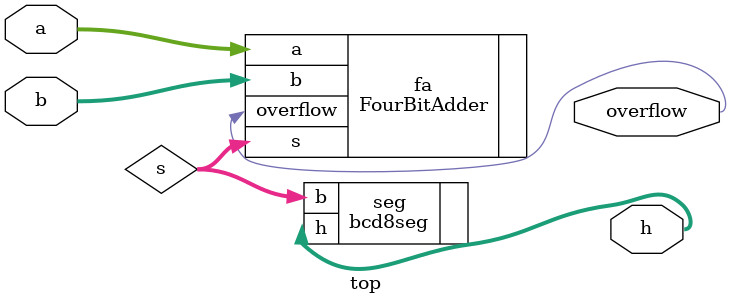
<source format=v>
module top(
    input[3:0] a,
    input[3:0] b,
    output reg[7:0] h,
    output overflow
);
    wire[3:0] s;

    FourBitAdder fa(
        .a(a),
        .b(b),
        .s(s),
        .overflow(overflow)
    );

    bcd8seg seg(
        .b(s),
        .h(h)
    );
endmodule
</source>
